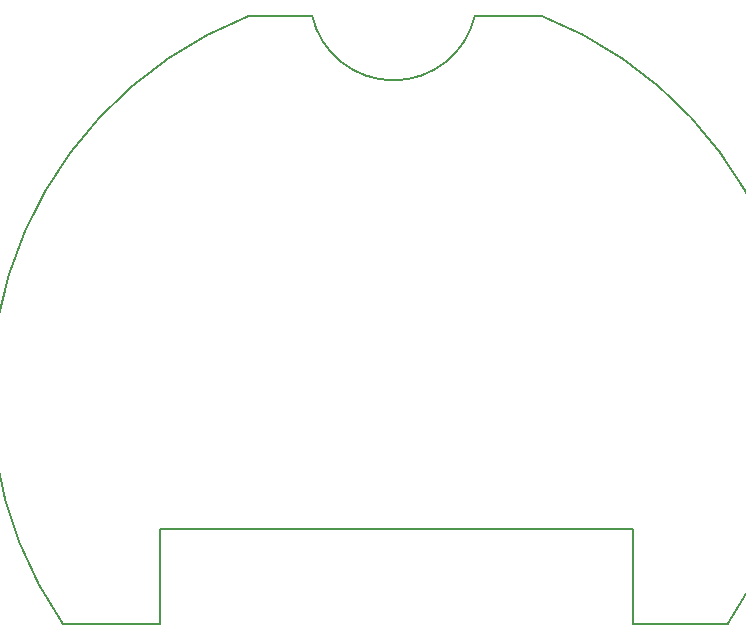
<source format=gm1>
G04 #@! TF.GenerationSoftware,KiCad,Pcbnew,(5.1.9-0-10_14)*
G04 #@! TF.CreationDate,2021-10-10T20:01:10+11:00*
G04 #@! TF.ProjectId,Control Board,436f6e74-726f-46c2-9042-6f6172642e6b,rev?*
G04 #@! TF.SameCoordinates,Original*
G04 #@! TF.FileFunction,Profile,NP*
%FSLAX46Y46*%
G04 Gerber Fmt 4.6, Leading zero omitted, Abs format (unit mm)*
G04 Created by KiCad (PCBNEW (5.1.9-0-10_14)) date 2021-10-10 20:01:10*
%MOMM*%
%LPD*%
G01*
G04 APERTURE LIST*
G04 #@! TA.AperFunction,Profile*
%ADD10C,0.150000*%
G04 #@! TD*
G04 APERTURE END LIST*
D10*
X102100000Y-98500000D02*
X96800675Y-98514922D01*
X121494868Y-98513187D02*
X115895977Y-98517251D01*
X115895977Y-98517251D02*
G75*
G02*
X102100000Y-98500000I-6895977J1617251D01*
G01*
X121494868Y-98513187D02*
G75*
G02*
X137296188Y-150002918I-12448680J-31989731D01*
G01*
X96800675Y-98514922D02*
G75*
G03*
X81003812Y-150002918I12453137J-31987996D01*
G01*
X129251057Y-150005277D02*
X137296188Y-150002918D01*
X89250000Y-142000000D02*
X89250000Y-150000000D01*
X129250000Y-142000000D02*
X89250000Y-142000000D01*
X129251057Y-150005277D02*
X129250000Y-142000000D01*
X89250000Y-150000000D02*
X81003812Y-150002918D01*
M02*

</source>
